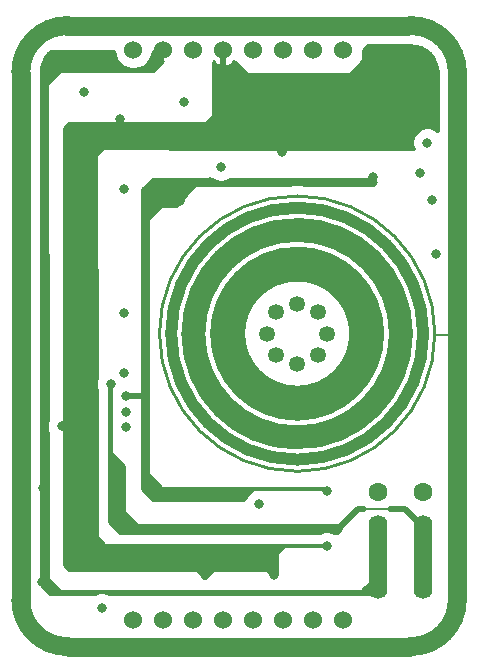
<source format=gbr>
G04 #@! TF.GenerationSoftware,KiCad,Pcbnew,(5.1.12)-1*
G04 #@! TF.CreationDate,2022-03-03T10:00:03+01:00*
G04 #@! TF.ProjectId,10V-DLTZ,3130562d-444c-4545-9a2e-6b696361645f,rev?*
G04 #@! TF.SameCoordinates,Original*
G04 #@! TF.FileFunction,Copper,L4,Bot*
G04 #@! TF.FilePolarity,Positive*
%FSLAX46Y46*%
G04 Gerber Fmt 4.6, Leading zero omitted, Abs format (unit mm)*
G04 Created by KiCad (PCBNEW (5.1.12)-1) date 2022-03-03 10:00:03*
%MOMM*%
%LPD*%
G01*
G04 APERTURE LIST*
G04 #@! TA.AperFunction,NonConductor*
%ADD10C,1.600000*%
G04 #@! TD*
G04 #@! TA.AperFunction,NonConductor*
%ADD11C,0.127000*%
G04 #@! TD*
G04 #@! TA.AperFunction,NonConductor*
%ADD12C,0.250000*%
G04 #@! TD*
G04 #@! TA.AperFunction,NonConductor*
%ADD13C,2.000000*%
G04 #@! TD*
G04 #@! TA.AperFunction,NonConductor*
%ADD14C,1.000000*%
G04 #@! TD*
G04 #@! TA.AperFunction,NonConductor*
%ADD15C,3.000000*%
G04 #@! TD*
G04 #@! TA.AperFunction,ComponentPad*
%ADD16C,1.350000*%
G04 #@! TD*
G04 #@! TA.AperFunction,ComponentPad*
%ADD17O,1.600000X7.100000*%
G04 #@! TD*
G04 #@! TA.AperFunction,ComponentPad*
%ADD18C,1.600000*%
G04 #@! TD*
G04 #@! TA.AperFunction,ComponentPad*
%ADD19C,1.524000*%
G04 #@! TD*
G04 #@! TA.AperFunction,ViaPad*
%ADD20C,0.800000*%
G04 #@! TD*
G04 #@! TA.AperFunction,Conductor*
%ADD21C,0.508000*%
G04 #@! TD*
G04 #@! TA.AperFunction,Conductor*
%ADD22C,0.127000*%
G04 #@! TD*
G04 #@! TA.AperFunction,Conductor*
%ADD23C,1.600000*%
G04 #@! TD*
G04 #@! TA.AperFunction,Conductor*
%ADD24C,0.250000*%
G04 #@! TD*
G04 #@! TA.AperFunction,Conductor*
%ADD25C,0.254000*%
G04 #@! TD*
G04 #@! TA.AperFunction,Conductor*
%ADD26C,0.100000*%
G04 #@! TD*
G04 APERTURE END LIST*
D10*
X73279000Y-128651000D02*
G75*
G02*
X77216000Y-124714000I3937000J0D01*
G01*
X77216000Y-177292000D02*
G75*
G02*
X73279000Y-173355000I0J3937000D01*
G01*
D11*
X108331000Y-150876000D02*
X109601000Y-150876000D01*
D12*
X108331249Y-150799800D02*
G75*
G03*
X108331249Y-150799800I-11658849J0D01*
G01*
D13*
X105465240Y-150799800D02*
G75*
G03*
X105465240Y-150799800I-8792840J0D01*
G01*
D10*
X106299000Y-124714000D02*
G75*
G02*
X110236000Y-128651000I0J-3937000D01*
G01*
X110236000Y-173355000D02*
G75*
G02*
X106299000Y-177292000I-3937000J0D01*
G01*
D14*
X107340430Y-150799800D02*
G75*
G03*
X107340430Y-150799800I-10668030J0D01*
G01*
D15*
X102565255Y-150799800D02*
G75*
G03*
X102565255Y-150799800I-5892855J0D01*
G01*
D16*
X94132400Y-150799800D03*
X99212400Y-150799800D03*
X96672400Y-148259800D03*
X96672400Y-153339800D03*
X98468400Y-152595800D03*
X94876400Y-152595800D03*
X94876400Y-149003800D03*
X98468400Y-149003800D03*
D17*
X107315000Y-169711000D03*
D18*
X107315000Y-164211000D03*
D17*
X103505000Y-169711000D03*
D18*
X103505000Y-164211000D03*
D19*
X82804000Y-126746000D03*
X85344000Y-126746000D03*
X87884000Y-126746000D03*
X90424000Y-126746000D03*
X92964000Y-126746000D03*
X95504000Y-126746000D03*
X98044000Y-126746000D03*
X100584000Y-126746000D03*
X82804000Y-175006000D03*
X85344000Y-175006000D03*
X87884000Y-175006000D03*
X90424000Y-175006000D03*
X92964000Y-175006000D03*
X95504000Y-175006000D03*
X98044000Y-175006000D03*
X100584000Y-175006000D03*
D20*
X109220000Y-176022000D03*
X106426000Y-177292000D03*
X104775000Y-177292000D03*
X75819000Y-177165000D03*
X75565000Y-125095000D03*
X108966000Y-125857000D03*
X96520000Y-177292000D03*
X110236000Y-170688000D03*
X110236000Y-136906000D03*
X110236000Y-141097000D03*
X73533000Y-175006000D03*
X109982000Y-174752000D03*
X107823000Y-125095000D03*
X100838000Y-177292000D03*
X107950000Y-176911000D03*
X109855000Y-127000000D03*
X83820000Y-177292000D03*
X74295000Y-125984000D03*
X88011000Y-177292000D03*
X79756000Y-177292000D03*
X110236000Y-132715000D03*
X74549000Y-176276000D03*
X92202000Y-177292000D03*
X77597000Y-177292000D03*
X73279000Y-168910000D03*
X110236000Y-158115000D03*
X110236000Y-162306000D03*
X73279000Y-164592000D03*
X73279000Y-156083000D03*
X73279000Y-160401000D03*
X110236000Y-145161000D03*
X110236000Y-166370000D03*
X110236000Y-153797000D03*
X73279000Y-152019000D03*
X73279000Y-143383000D03*
X73279000Y-139192000D03*
X73279000Y-147701000D03*
X110236000Y-149606000D03*
X93472000Y-165227000D03*
X80899000Y-155067000D03*
X81407000Y-162433000D03*
X75184000Y-163830000D03*
X75057000Y-171831000D03*
X107696000Y-134620000D03*
X82042000Y-138557000D03*
X108077000Y-139446000D03*
X87122000Y-131191000D03*
X82169000Y-158673800D03*
X108409500Y-144066500D03*
X82042000Y-149021800D03*
X90233500Y-136652000D03*
X110236000Y-138938000D03*
X110236000Y-160274000D03*
X110236000Y-155956000D03*
X87884000Y-124714000D03*
X80137000Y-124714000D03*
X73279000Y-135001000D03*
X73279000Y-141224000D03*
X86741000Y-139573000D03*
X106426000Y-124714000D03*
X110236000Y-147447000D03*
X96012000Y-124714000D03*
X73279000Y-137033000D03*
X91821000Y-124714000D03*
X73279000Y-132969000D03*
X73279000Y-154051000D03*
X81788000Y-177292000D03*
X110236000Y-168529000D03*
X110236000Y-134747000D03*
X73279000Y-173355000D03*
X104394000Y-124714000D03*
X73279000Y-130937000D03*
X86296500Y-164465000D03*
X85979000Y-177292000D03*
X110236000Y-172974000D03*
X77597000Y-177292000D03*
X110236000Y-130556000D03*
X100330000Y-124714000D03*
X110236000Y-164338000D03*
X82169000Y-156083000D03*
X73279000Y-129159000D03*
X73279000Y-145669000D03*
X98552000Y-177292000D03*
X94361000Y-177292000D03*
X110236000Y-128498000D03*
X90043000Y-177292000D03*
X73279000Y-170942000D03*
X110236000Y-143129000D03*
X73279000Y-149987000D03*
X83947000Y-124714000D03*
X102743000Y-177292000D03*
X110236000Y-151638000D03*
X73279000Y-158242000D03*
X73279000Y-162433000D03*
X73533000Y-127254000D03*
X73279000Y-166751000D03*
X89281000Y-137922000D03*
X76962000Y-124714000D03*
X81915000Y-124714000D03*
X92202000Y-164465000D03*
X103124000Y-137541000D03*
X78613000Y-130302000D03*
X85979000Y-124714000D03*
X93853000Y-124714000D03*
X99187000Y-164084000D03*
X89789000Y-124714000D03*
X98298000Y-124714000D03*
X102489000Y-124714000D03*
X78486000Y-124714000D03*
X82042000Y-154114500D03*
X82169000Y-157429200D03*
X101854000Y-130810000D03*
X101854000Y-129286000D03*
X94742000Y-171196000D03*
X95377000Y-135382000D03*
X103505000Y-127762000D03*
X100203000Y-129286000D03*
X76733268Y-158644655D03*
X106934000Y-129286000D03*
X88836500Y-171196000D03*
X106934000Y-127762000D03*
X105283000Y-130810000D03*
X103505000Y-130810000D03*
X100203000Y-130810000D03*
X105283000Y-127762000D03*
X105283000Y-129241000D03*
X103505000Y-129286000D03*
X106934000Y-130810000D03*
X81661000Y-132588000D03*
X99187000Y-168783000D03*
X80137000Y-173990000D03*
X102489000Y-145034000D03*
X100076000Y-147421600D03*
X107083000Y-137160000D03*
X104203500Y-143256000D03*
D21*
X101854000Y-165608000D02*
X102362000Y-165608000D01*
X101854000Y-165608000D02*
X100330000Y-167132000D01*
X81280000Y-162306000D02*
X81407000Y-162433000D01*
X81026000Y-155067000D02*
X80899000Y-155194000D01*
D22*
X104394000Y-165608000D02*
X102489000Y-165608000D01*
D21*
X105791000Y-165608000D02*
X104521000Y-165608000D01*
X82931000Y-167513000D02*
X81407000Y-165989000D01*
X107315000Y-169584000D02*
X107315000Y-167132000D01*
X81407000Y-165989000D02*
X81407000Y-162433000D01*
X107315000Y-167132000D02*
X105791000Y-165608000D01*
X86106000Y-167513000D02*
X82931000Y-167513000D01*
X95885000Y-167513000D02*
X86106000Y-167513000D01*
X103505000Y-169711000D02*
X103505000Y-171704000D01*
X85344000Y-126746000D02*
X85344000Y-127000000D01*
X85344000Y-127000000D02*
X84836000Y-127508000D01*
X103251000Y-171704000D02*
X102362000Y-172593000D01*
D23*
X110236000Y-130556000D02*
X110236000Y-130683000D01*
X90043000Y-177292000D02*
X94361000Y-177292000D01*
X110236000Y-151638000D02*
X110236000Y-155956000D01*
X110236000Y-164338000D02*
X110236000Y-168529000D01*
X110236000Y-138938000D02*
X110236000Y-143129000D01*
X110236000Y-160274000D02*
X110236000Y-164338000D01*
X110236000Y-143129000D02*
X110236000Y-147447000D01*
X110236000Y-155956000D02*
X110236000Y-160274000D01*
X73279000Y-162433000D02*
X73279000Y-158242000D01*
X98552000Y-177292000D02*
X102743000Y-177292000D01*
X102915000Y-177292000D02*
X106172000Y-177292000D01*
X73279000Y-129159000D02*
X73279000Y-128778000D01*
X91821000Y-124714000D02*
X96012000Y-124714000D01*
D21*
X82423000Y-156083000D02*
X82804000Y-156083000D01*
D23*
X96012000Y-124714000D02*
X100330000Y-124714000D01*
X100330000Y-124714000D02*
X104394000Y-124714000D01*
X110236000Y-134747000D02*
X110236000Y-138938000D01*
X85979000Y-177292000D02*
X90043000Y-177292000D01*
X73279000Y-166751000D02*
X73279000Y-162433000D01*
X110236000Y-147447000D02*
X110236000Y-151638000D01*
X104394000Y-124714000D02*
X106000000Y-124714000D01*
X94361000Y-177292000D02*
X98552000Y-177292000D01*
X80137000Y-124714000D02*
X83947000Y-124714000D01*
X87884000Y-124714000D02*
X91821000Y-124714000D01*
X73279000Y-171069000D02*
X73279000Y-166878000D01*
X83947000Y-124714000D02*
X87884000Y-124714000D01*
X73279000Y-158242000D02*
X73279000Y-154051000D01*
X81788000Y-177292000D02*
X85979000Y-177292000D01*
X110236000Y-168656000D02*
X110236000Y-172593000D01*
D21*
X82804000Y-156083000D02*
X83566000Y-156083000D01*
D23*
X77216000Y-124714000D02*
X80137000Y-124714000D01*
X73279000Y-173228000D02*
X73279000Y-171170000D01*
X110236000Y-128498000D02*
X110236000Y-128498000D01*
X77343000Y-177292000D02*
X81534000Y-177292000D01*
X73279000Y-137033000D02*
X73279000Y-132969000D01*
X73279000Y-145669000D02*
X73279000Y-141224000D01*
D21*
X99187000Y-164084000D02*
X99187000Y-163957000D01*
D23*
X77597000Y-177292000D02*
X77597000Y-177292000D01*
X73279000Y-154051000D02*
X73279000Y-149987000D01*
X73279000Y-128778000D02*
X73279000Y-128778000D01*
X110236000Y-131826000D02*
X110236000Y-134747000D01*
D21*
X87630000Y-137922000D02*
X89281000Y-137922000D01*
D24*
X103124000Y-137541000D02*
X103124000Y-137922000D01*
D23*
X77216000Y-124714000D02*
X77216000Y-124714000D01*
X110236000Y-172974000D02*
X110236000Y-173373000D01*
X110236000Y-130683000D02*
X110236000Y-131826000D01*
X106000000Y-177292000D02*
X106000000Y-177292000D01*
X73279000Y-132969000D02*
X73279000Y-129159000D01*
X73279000Y-141224000D02*
X73279000Y-137033000D01*
X73279000Y-149987000D02*
X73279000Y-145669000D01*
X110236000Y-128498000D02*
X110236000Y-129540000D01*
D21*
X92202000Y-164465000D02*
X86360000Y-164465000D01*
X86360000Y-164465000D02*
X86296500Y-164528500D01*
D23*
X110236000Y-129540000D02*
X110236000Y-130556000D01*
X110236000Y-172720000D02*
X110236000Y-172974000D01*
D21*
X88836500Y-170430500D02*
X94738500Y-170430500D01*
D24*
X76733268Y-158644655D02*
X77321345Y-158644655D01*
D21*
X100330000Y-129286000D02*
X101854000Y-129286000D01*
D24*
X95377000Y-135382000D02*
X95377000Y-134366000D01*
D21*
X90424000Y-126365000D02*
X90424000Y-135001000D01*
X94738500Y-170430500D02*
X94742000Y-170434000D01*
D24*
X81661000Y-132588000D02*
X81661000Y-133096000D01*
D21*
X101854000Y-129286000D02*
X106934000Y-129286000D01*
X92964000Y-129286000D02*
X100330000Y-129286000D01*
X77390036Y-170430500D02*
X88836500Y-170430500D01*
D25*
X89628614Y-137783663D02*
X89861013Y-137879926D01*
X90107726Y-137929000D01*
X90359274Y-137929000D01*
X90605987Y-137879926D01*
X90838386Y-137783663D01*
X91011488Y-137668000D01*
X103071394Y-137668000D01*
X103325394Y-137922000D01*
X103071394Y-138176000D01*
X97651898Y-138176000D01*
X96672400Y-138118951D01*
X95692902Y-138176000D01*
X88140265Y-138176000D01*
X88115489Y-138178440D01*
X88091664Y-138185667D01*
X88069708Y-138197403D01*
X88047318Y-138216456D01*
X86429457Y-139954000D01*
X85201000Y-139954000D01*
X85176224Y-139956440D01*
X85152399Y-139963667D01*
X85130443Y-139975403D01*
X85111197Y-139991197D01*
X84111197Y-140991197D01*
X84095403Y-141010443D01*
X84083667Y-141032399D01*
X84076440Y-141056224D01*
X84074000Y-141081000D01*
X84074000Y-149540630D01*
X84013005Y-150062474D01*
X84013005Y-151537126D01*
X84074000Y-152058970D01*
X84074000Y-162703000D01*
X84076440Y-162727776D01*
X84083667Y-162751601D01*
X84095403Y-162773557D01*
X84111197Y-162792803D01*
X85111197Y-163792803D01*
X85130443Y-163808597D01*
X85152399Y-163820333D01*
X85176224Y-163827560D01*
X85201000Y-163830000D01*
X99197894Y-163830000D01*
X99261394Y-163893500D01*
X99197894Y-163957000D01*
X93632966Y-163957000D01*
X93597774Y-163950000D01*
X93346226Y-163950000D01*
X93311034Y-163957000D01*
X93027500Y-163957000D01*
X93002724Y-163959440D01*
X92978899Y-163966667D01*
X92956943Y-163978403D01*
X92937697Y-163994197D01*
X92775026Y-164156868D01*
X92657960Y-164235089D01*
X92480089Y-164412960D01*
X92401868Y-164530026D01*
X92085894Y-164846000D01*
X84491606Y-164846000D01*
X83566000Y-163920394D01*
X83566000Y-138593606D01*
X84491606Y-137668000D01*
X89455512Y-137668000D01*
X89628614Y-137783663D01*
G04 #@! TA.AperFunction,Conductor*
D26*
G36*
X89628614Y-137783663D02*
G01*
X89861013Y-137879926D01*
X90107726Y-137929000D01*
X90359274Y-137929000D01*
X90605987Y-137879926D01*
X90838386Y-137783663D01*
X91011488Y-137668000D01*
X103071394Y-137668000D01*
X103325394Y-137922000D01*
X103071394Y-138176000D01*
X97651898Y-138176000D01*
X96672400Y-138118951D01*
X95692902Y-138176000D01*
X88140265Y-138176000D01*
X88115489Y-138178440D01*
X88091664Y-138185667D01*
X88069708Y-138197403D01*
X88047318Y-138216456D01*
X86429457Y-139954000D01*
X85201000Y-139954000D01*
X85176224Y-139956440D01*
X85152399Y-139963667D01*
X85130443Y-139975403D01*
X85111197Y-139991197D01*
X84111197Y-140991197D01*
X84095403Y-141010443D01*
X84083667Y-141032399D01*
X84076440Y-141056224D01*
X84074000Y-141081000D01*
X84074000Y-149540630D01*
X84013005Y-150062474D01*
X84013005Y-151537126D01*
X84074000Y-152058970D01*
X84074000Y-162703000D01*
X84076440Y-162727776D01*
X84083667Y-162751601D01*
X84095403Y-162773557D01*
X84111197Y-162792803D01*
X85111197Y-163792803D01*
X85130443Y-163808597D01*
X85152399Y-163820333D01*
X85176224Y-163827560D01*
X85201000Y-163830000D01*
X99197894Y-163830000D01*
X99261394Y-163893500D01*
X99197894Y-163957000D01*
X93632966Y-163957000D01*
X93597774Y-163950000D01*
X93346226Y-163950000D01*
X93311034Y-163957000D01*
X93027500Y-163957000D01*
X93002724Y-163959440D01*
X92978899Y-163966667D01*
X92956943Y-163978403D01*
X92937697Y-163994197D01*
X92775026Y-164156868D01*
X92657960Y-164235089D01*
X92480089Y-164412960D01*
X92401868Y-164530026D01*
X92085894Y-164846000D01*
X84491606Y-164846000D01*
X83566000Y-163920394D01*
X83566000Y-138593606D01*
X84491606Y-137668000D01*
X89455512Y-137668000D01*
X89628614Y-137783663D01*
G37*
G04 #@! TD.AperFunction*
D25*
X106736408Y-126441930D02*
X107157154Y-126568961D01*
X107545213Y-126775295D01*
X107885808Y-127053078D01*
X108165955Y-127391718D01*
X108374997Y-127778333D01*
X108504963Y-128198182D01*
X108559000Y-128712313D01*
X108559000Y-131743618D01*
X108559001Y-133677050D01*
X108510040Y-133628089D01*
X108300886Y-133488337D01*
X108068487Y-133392074D01*
X107821774Y-133343000D01*
X107570226Y-133343000D01*
X107323513Y-133392074D01*
X107091114Y-133488337D01*
X106881960Y-133628089D01*
X106704089Y-133805960D01*
X106564337Y-134015114D01*
X106468074Y-134247513D01*
X106419000Y-134494226D01*
X106419000Y-134745774D01*
X106468074Y-134992487D01*
X106532842Y-135148850D01*
X90460713Y-135129282D01*
X89535000Y-134202440D01*
X89535000Y-127814608D01*
X89638041Y-127711567D01*
X89705020Y-127951656D01*
X89954048Y-128068756D01*
X90221135Y-128135023D01*
X90496017Y-128147910D01*
X90768133Y-128106922D01*
X91027023Y-128013636D01*
X91142980Y-127951656D01*
X91209959Y-127711567D01*
X91326369Y-127827977D01*
X91381870Y-127772476D01*
X92350197Y-128740803D01*
X92369443Y-128756597D01*
X92391399Y-128768333D01*
X92415224Y-128775560D01*
X92440000Y-128778000D01*
X101108000Y-128778000D01*
X101132776Y-128775560D01*
X101156601Y-128768333D01*
X101178557Y-128756597D01*
X101197803Y-128740803D01*
X102197803Y-127740803D01*
X102213597Y-127721557D01*
X102225333Y-127699601D01*
X102232560Y-127675776D01*
X102235000Y-127651000D01*
X102235000Y-126814614D01*
X102661566Y-126391000D01*
X106082383Y-126391000D01*
X106149533Y-126384386D01*
X106736408Y-126441930D01*
G04 #@! TA.AperFunction,Conductor*
D26*
G36*
X106736408Y-126441930D02*
G01*
X107157154Y-126568961D01*
X107545213Y-126775295D01*
X107885808Y-127053078D01*
X108165955Y-127391718D01*
X108374997Y-127778333D01*
X108504963Y-128198182D01*
X108559000Y-128712313D01*
X108559000Y-131743618D01*
X108559001Y-133677050D01*
X108510040Y-133628089D01*
X108300886Y-133488337D01*
X108068487Y-133392074D01*
X107821774Y-133343000D01*
X107570226Y-133343000D01*
X107323513Y-133392074D01*
X107091114Y-133488337D01*
X106881960Y-133628089D01*
X106704089Y-133805960D01*
X106564337Y-134015114D01*
X106468074Y-134247513D01*
X106419000Y-134494226D01*
X106419000Y-134745774D01*
X106468074Y-134992487D01*
X106532842Y-135148850D01*
X90460713Y-135129282D01*
X89535000Y-134202440D01*
X89535000Y-127814608D01*
X89638041Y-127711567D01*
X89705020Y-127951656D01*
X89954048Y-128068756D01*
X90221135Y-128135023D01*
X90496017Y-128147910D01*
X90768133Y-128106922D01*
X91027023Y-128013636D01*
X91142980Y-127951656D01*
X91209959Y-127711567D01*
X91326369Y-127827977D01*
X91381870Y-127772476D01*
X92350197Y-128740803D01*
X92369443Y-128756597D01*
X92391399Y-128768333D01*
X92415224Y-128775560D01*
X92440000Y-128778000D01*
X101108000Y-128778000D01*
X101132776Y-128775560D01*
X101156601Y-128768333D01*
X101178557Y-128756597D01*
X101197803Y-128740803D01*
X102197803Y-127740803D01*
X102213597Y-127721557D01*
X102225333Y-127699601D01*
X102232560Y-127675776D01*
X102235000Y-127651000D01*
X102235000Y-126814614D01*
X102661566Y-126391000D01*
X106082383Y-126391000D01*
X106149533Y-126384386D01*
X106736408Y-126441930D01*
G37*
G04 #@! TD.AperFunction*
D25*
X90617748Y-126731858D02*
X90603605Y-126746000D01*
X90617748Y-126760143D01*
X90438143Y-126939748D01*
X90424000Y-126925605D01*
X90409858Y-126939748D01*
X90230253Y-126760143D01*
X90244395Y-126746000D01*
X90230253Y-126731858D01*
X90409858Y-126552253D01*
X90424000Y-126566395D01*
X90438143Y-126552253D01*
X90617748Y-126731858D01*
G04 #@! TA.AperFunction,Conductor*
D26*
G36*
X90617748Y-126731858D02*
G01*
X90603605Y-126746000D01*
X90617748Y-126760143D01*
X90438143Y-126939748D01*
X90424000Y-126925605D01*
X90409858Y-126939748D01*
X90230253Y-126760143D01*
X90244395Y-126746000D01*
X90230253Y-126731858D01*
X90409858Y-126552253D01*
X90424000Y-126566395D01*
X90438143Y-126552253D01*
X90617748Y-126731858D01*
G37*
G04 #@! TD.AperFunction*
D25*
X85291239Y-127682780D02*
X84450019Y-128524000D01*
X76660250Y-128524000D01*
X76635474Y-128526440D01*
X76611649Y-128533667D01*
X76589693Y-128545403D01*
X76570415Y-128561230D01*
X75571140Y-129561230D01*
X75555353Y-129580481D01*
X75543625Y-129602442D01*
X75536406Y-129626269D01*
X75533975Y-129651092D01*
X75554628Y-158153181D01*
X75505342Y-158272168D01*
X75456268Y-158518881D01*
X75456268Y-158770429D01*
X75505342Y-159017142D01*
X75555342Y-159137852D01*
X75564275Y-171466092D01*
X75566733Y-171490867D01*
X75573978Y-171514686D01*
X75585730Y-171536634D01*
X75601505Y-171555835D01*
X76602230Y-172555835D01*
X76621481Y-172571622D01*
X76643442Y-172583350D01*
X76667269Y-172590569D01*
X76692000Y-172593000D01*
X103706394Y-172593000D01*
X103833394Y-172720000D01*
X103706394Y-172847000D01*
X80714516Y-172847000D01*
X80509487Y-172762074D01*
X80262774Y-172713000D01*
X80011226Y-172713000D01*
X79764513Y-172762074D01*
X79559484Y-172847000D01*
X75728758Y-172847000D01*
X74956000Y-172071051D01*
X74956000Y-135846378D01*
X74986599Y-128420941D01*
X75006930Y-128213592D01*
X75133961Y-127792846D01*
X75340295Y-127404787D01*
X75618078Y-127064192D01*
X75849783Y-126872509D01*
X76962215Y-126870591D01*
X76962434Y-126870590D01*
X81165000Y-126856099D01*
X81165000Y-126907427D01*
X81227986Y-127224079D01*
X81351537Y-127522357D01*
X81530906Y-127790801D01*
X81759199Y-128019094D01*
X82027643Y-128198463D01*
X82325921Y-128322014D01*
X82642573Y-128385000D01*
X82965427Y-128385000D01*
X83282079Y-128322014D01*
X83580357Y-128198463D01*
X83848801Y-128019094D01*
X84077094Y-127790801D01*
X84256463Y-127522357D01*
X84380014Y-127224079D01*
X84443000Y-126907427D01*
X84443000Y-126844795D01*
X84450335Y-126844770D01*
X85291239Y-127682780D01*
G04 #@! TA.AperFunction,Conductor*
D26*
G36*
X85291239Y-127682780D02*
G01*
X84450019Y-128524000D01*
X76660250Y-128524000D01*
X76635474Y-128526440D01*
X76611649Y-128533667D01*
X76589693Y-128545403D01*
X76570415Y-128561230D01*
X75571140Y-129561230D01*
X75555353Y-129580481D01*
X75543625Y-129602442D01*
X75536406Y-129626269D01*
X75533975Y-129651092D01*
X75554628Y-158153181D01*
X75505342Y-158272168D01*
X75456268Y-158518881D01*
X75456268Y-158770429D01*
X75505342Y-159017142D01*
X75555342Y-159137852D01*
X75564275Y-171466092D01*
X75566733Y-171490867D01*
X75573978Y-171514686D01*
X75585730Y-171536634D01*
X75601505Y-171555835D01*
X76602230Y-172555835D01*
X76621481Y-172571622D01*
X76643442Y-172583350D01*
X76667269Y-172590569D01*
X76692000Y-172593000D01*
X103706394Y-172593000D01*
X103833394Y-172720000D01*
X103706394Y-172847000D01*
X80714516Y-172847000D01*
X80509487Y-172762074D01*
X80262774Y-172713000D01*
X80011226Y-172713000D01*
X79764513Y-172762074D01*
X79559484Y-172847000D01*
X75728758Y-172847000D01*
X74956000Y-172071051D01*
X74956000Y-135846378D01*
X74986599Y-128420941D01*
X75006930Y-128213592D01*
X75133961Y-127792846D01*
X75340295Y-127404787D01*
X75618078Y-127064192D01*
X75849783Y-126872509D01*
X76962215Y-126870591D01*
X76962434Y-126870590D01*
X81165000Y-126856099D01*
X81165000Y-126907427D01*
X81227986Y-127224079D01*
X81351537Y-127522357D01*
X81530906Y-127790801D01*
X81759199Y-128019094D01*
X82027643Y-128198463D01*
X82325921Y-128322014D01*
X82642573Y-128385000D01*
X82965427Y-128385000D01*
X83282079Y-128322014D01*
X83580357Y-128198463D01*
X83848801Y-128019094D01*
X84077094Y-127790801D01*
X84256463Y-127522357D01*
X84380014Y-127224079D01*
X84443000Y-126907427D01*
X84443000Y-126844795D01*
X84450335Y-126844770D01*
X85291239Y-127682780D01*
G37*
G04 #@! TD.AperFunction*
D25*
X91948000Y-132378606D02*
X91948000Y-134702347D01*
X91522511Y-135127288D01*
X80256164Y-135112769D01*
X80231384Y-135115177D01*
X80207550Y-135122374D01*
X80185579Y-135134082D01*
X80166084Y-135150080D01*
X79667991Y-135649432D01*
X79652221Y-135668697D01*
X79640513Y-135690668D01*
X79633316Y-135714502D01*
X79630908Y-135739606D01*
X79702928Y-154617612D01*
X79671074Y-154694513D01*
X79622000Y-154941226D01*
X79622000Y-155192774D01*
X79671074Y-155439487D01*
X79706388Y-155524743D01*
X79754094Y-168029489D01*
X79756629Y-168054255D01*
X79763947Y-168078052D01*
X79775766Y-168099964D01*
X79791462Y-168118978D01*
X80293369Y-168618974D01*
X80312644Y-168634731D01*
X80334623Y-168646425D01*
X80358461Y-168653607D01*
X80383000Y-168656000D01*
X99197894Y-168656000D01*
X99261394Y-168719500D01*
X99197894Y-168783000D01*
X95623000Y-168783000D01*
X95598224Y-168785440D01*
X95574399Y-168792667D01*
X95552443Y-168804403D01*
X95533197Y-168820197D01*
X95033197Y-169320197D01*
X95017403Y-169339443D01*
X95005667Y-169361399D01*
X94998440Y-169385224D01*
X94996000Y-169410000D01*
X94996000Y-171143394D01*
X94710250Y-171429144D01*
X94133303Y-170852197D01*
X94114057Y-170836403D01*
X94092101Y-170824667D01*
X94068276Y-170817440D01*
X94043500Y-170815000D01*
X89598500Y-170815000D01*
X89573724Y-170817440D01*
X89549899Y-170824667D01*
X89527943Y-170836403D01*
X89508697Y-170852197D01*
X88910894Y-171450000D01*
X88762106Y-171450000D01*
X88164303Y-170852197D01*
X88145057Y-170836403D01*
X88123101Y-170824667D01*
X88099276Y-170817440D01*
X88074500Y-170815000D01*
X77387606Y-170815000D01*
X76962000Y-170389394D01*
X76962000Y-133394606D01*
X77387606Y-132969000D01*
X88908000Y-132969000D01*
X88932776Y-132966560D01*
X88956601Y-132959333D01*
X88978557Y-132947597D01*
X88997803Y-132931803D01*
X89497803Y-132431803D01*
X89513597Y-132412557D01*
X89525333Y-132390601D01*
X89526347Y-132387259D01*
X89960606Y-131953000D01*
X91522394Y-131953000D01*
X91948000Y-132378606D01*
G04 #@! TA.AperFunction,Conductor*
D26*
G36*
X91948000Y-132378606D02*
G01*
X91948000Y-134702347D01*
X91522511Y-135127288D01*
X80256164Y-135112769D01*
X80231384Y-135115177D01*
X80207550Y-135122374D01*
X80185579Y-135134082D01*
X80166084Y-135150080D01*
X79667991Y-135649432D01*
X79652221Y-135668697D01*
X79640513Y-135690668D01*
X79633316Y-135714502D01*
X79630908Y-135739606D01*
X79702928Y-154617612D01*
X79671074Y-154694513D01*
X79622000Y-154941226D01*
X79622000Y-155192774D01*
X79671074Y-155439487D01*
X79706388Y-155524743D01*
X79754094Y-168029489D01*
X79756629Y-168054255D01*
X79763947Y-168078052D01*
X79775766Y-168099964D01*
X79791462Y-168118978D01*
X80293369Y-168618974D01*
X80312644Y-168634731D01*
X80334623Y-168646425D01*
X80358461Y-168653607D01*
X80383000Y-168656000D01*
X99197894Y-168656000D01*
X99261394Y-168719500D01*
X99197894Y-168783000D01*
X95623000Y-168783000D01*
X95598224Y-168785440D01*
X95574399Y-168792667D01*
X95552443Y-168804403D01*
X95533197Y-168820197D01*
X95033197Y-169320197D01*
X95017403Y-169339443D01*
X95005667Y-169361399D01*
X94998440Y-169385224D01*
X94996000Y-169410000D01*
X94996000Y-171143394D01*
X94710250Y-171429144D01*
X94133303Y-170852197D01*
X94114057Y-170836403D01*
X94092101Y-170824667D01*
X94068276Y-170817440D01*
X94043500Y-170815000D01*
X89598500Y-170815000D01*
X89573724Y-170817440D01*
X89549899Y-170824667D01*
X89527943Y-170836403D01*
X89508697Y-170852197D01*
X88910894Y-171450000D01*
X88762106Y-171450000D01*
X88164303Y-170852197D01*
X88145057Y-170836403D01*
X88123101Y-170824667D01*
X88099276Y-170817440D01*
X88074500Y-170815000D01*
X77387606Y-170815000D01*
X76962000Y-170389394D01*
X76962000Y-133394606D01*
X77387606Y-132969000D01*
X88908000Y-132969000D01*
X88932776Y-132966560D01*
X88956601Y-132959333D01*
X88978557Y-132947597D01*
X88997803Y-132931803D01*
X89497803Y-132431803D01*
X89513597Y-132412557D01*
X89525333Y-132390601D01*
X89526347Y-132387259D01*
X89960606Y-131953000D01*
X91522394Y-131953000D01*
X91948000Y-132378606D01*
G37*
G04 #@! TD.AperFunction*
D25*
X80899000Y-155183106D02*
X80899000Y-155922034D01*
X80892000Y-155957226D01*
X80892000Y-156208774D01*
X80899000Y-156243966D01*
X80899000Y-157268234D01*
X80892000Y-157303426D01*
X80892000Y-157554974D01*
X80899000Y-157590166D01*
X80899000Y-158512834D01*
X80892000Y-158548026D01*
X80892000Y-158799574D01*
X80899000Y-158834766D01*
X80899000Y-160845500D01*
X80901440Y-160870276D01*
X80908667Y-160894101D01*
X80920403Y-160916057D01*
X80936197Y-160935303D01*
X82042000Y-162041106D01*
X82042000Y-165909750D01*
X82044440Y-165934526D01*
X82051667Y-165958351D01*
X82063403Y-165980307D01*
X82079352Y-165999707D01*
X83079346Y-166996259D01*
X83098619Y-167012020D01*
X83120596Y-167023718D01*
X83144432Y-167030904D01*
X83169432Y-167033301D01*
X100071332Y-166975018D01*
X100404239Y-167306780D01*
X100071019Y-167640000D01*
X99764516Y-167640000D01*
X99559487Y-167555074D01*
X99312774Y-167506000D01*
X99061226Y-167506000D01*
X98814513Y-167555074D01*
X98609484Y-167640000D01*
X81697606Y-167640000D01*
X80772000Y-166714394D01*
X80772000Y-155183106D01*
X80835500Y-155119606D01*
X80899000Y-155183106D01*
G04 #@! TA.AperFunction,Conductor*
D26*
G36*
X80899000Y-155183106D02*
G01*
X80899000Y-155922034D01*
X80892000Y-155957226D01*
X80892000Y-156208774D01*
X80899000Y-156243966D01*
X80899000Y-157268234D01*
X80892000Y-157303426D01*
X80892000Y-157554974D01*
X80899000Y-157590166D01*
X80899000Y-158512834D01*
X80892000Y-158548026D01*
X80892000Y-158799574D01*
X80899000Y-158834766D01*
X80899000Y-160845500D01*
X80901440Y-160870276D01*
X80908667Y-160894101D01*
X80920403Y-160916057D01*
X80936197Y-160935303D01*
X82042000Y-162041106D01*
X82042000Y-165909750D01*
X82044440Y-165934526D01*
X82051667Y-165958351D01*
X82063403Y-165980307D01*
X82079352Y-165999707D01*
X83079346Y-166996259D01*
X83098619Y-167012020D01*
X83120596Y-167023718D01*
X83144432Y-167030904D01*
X83169432Y-167033301D01*
X100071332Y-166975018D01*
X100404239Y-167306780D01*
X100071019Y-167640000D01*
X99764516Y-167640000D01*
X99559487Y-167555074D01*
X99312774Y-167506000D01*
X99061226Y-167506000D01*
X98814513Y-167555074D01*
X98609484Y-167640000D01*
X81697606Y-167640000D01*
X80772000Y-166714394D01*
X80772000Y-155183106D01*
X80835500Y-155119606D01*
X80899000Y-155183106D01*
G37*
G04 #@! TD.AperFunction*
M02*

</source>
